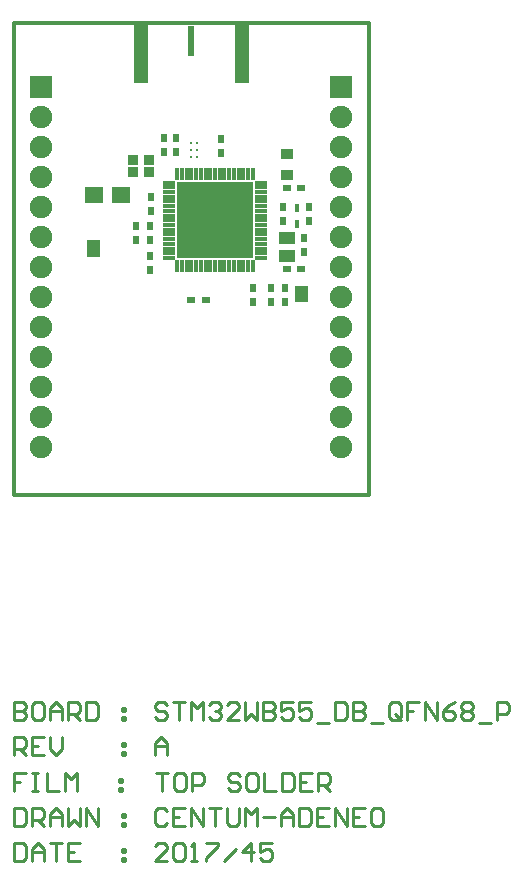
<source format=gts>
G04 Layer_Color=8388736*
%FSLAX44Y44*%
%MOMM*%
G71*
G01*
G75*
%ADD31C,0.3000*%
%ADD32C,0.2540*%
%ADD46R,0.6000X2.6000*%
%ADD47R,1.3000X5.0000*%
%ADD48R,0.4000X0.7500*%
%ADD49R,6.4800X6.4800*%
G04:AMPARAMS|DCode=50|XSize=0.33mm|YSize=1.08mm|CornerRadius=0mm|HoleSize=0mm|Usage=FLASHONLY|Rotation=270.000|XOffset=0mm|YOffset=0mm|HoleType=Round|Shape=Octagon|*
%AMOCTAGOND50*
4,1,8,0.5400,0.0825,0.5400,-0.0825,0.4575,-0.1650,-0.4575,-0.1650,-0.5400,-0.0825,-0.5400,0.0825,-0.4575,0.1650,0.4575,0.1650,0.5400,0.0825,0.0*
%
%ADD50OCTAGOND50*%

G04:AMPARAMS|DCode=51|XSize=0.33mm|YSize=1.08mm|CornerRadius=0mm|HoleSize=0mm|Usage=FLASHONLY|Rotation=180.000|XOffset=0mm|YOffset=0mm|HoleType=Round|Shape=Octagon|*
%AMOCTAGOND51*
4,1,8,0.0825,-0.5400,-0.0825,-0.5400,-0.1650,-0.4575,-0.1650,0.4575,-0.0825,0.5400,0.0825,0.5400,0.1650,0.4575,0.1650,-0.4575,0.0825,-0.5400,0.0*
%
%ADD51OCTAGOND51*%

%ADD52C,0.2560*%
%ADD53R,0.6080X0.7350*%
%ADD54R,0.7350X0.6080*%
%ADD55R,1.3500X1.1000*%
%ADD56R,1.1000X0.9000*%
%ADD57R,0.9500X0.8500*%
%ADD58R,1.6240X1.3700*%
%ADD59R,0.2000X0.2000*%
%ADD60C,1.9000*%
%ADD61R,1.9000X1.9000*%
G36*
X248500Y163250D02*
X237500D01*
Y177220D01*
X248500D01*
Y163250D01*
D02*
G37*
G36*
X72788Y201850D02*
X61788D01*
Y215820D01*
X72788D01*
Y201850D01*
D02*
G37*
D31*
X300000Y-0D02*
Y400000D01*
X0Y-0D02*
X300000D01*
X0Y400000D02*
X300000D01*
X0Y-0D02*
Y400000D01*
D32*
X120000Y-234765D02*
X130157D01*
X125078D01*
Y-250000D01*
X142853Y-234765D02*
X137774D01*
X135235Y-237304D01*
Y-247461D01*
X137774Y-250000D01*
X142853D01*
X145392Y-247461D01*
Y-237304D01*
X142853Y-234765D01*
X150470Y-250000D02*
Y-234765D01*
X158088D01*
X160627Y-237304D01*
Y-242383D01*
X158088Y-244922D01*
X150470D01*
X191097Y-237304D02*
X188558Y-234765D01*
X183479D01*
X180940Y-237304D01*
Y-239843D01*
X183479Y-242383D01*
X188558D01*
X191097Y-244922D01*
Y-247461D01*
X188558Y-250000D01*
X183479D01*
X180940Y-247461D01*
X203793Y-234765D02*
X198715D01*
X196175Y-237304D01*
Y-247461D01*
X198715Y-250000D01*
X203793D01*
X206332Y-247461D01*
Y-237304D01*
X203793Y-234765D01*
X211410D02*
Y-250000D01*
X221567D01*
X226646Y-234765D02*
Y-250000D01*
X234263D01*
X236802Y-247461D01*
Y-237304D01*
X234263Y-234765D01*
X226646D01*
X252037D02*
X241881D01*
Y-250000D01*
X252037D01*
X241881Y-242383D02*
X246959D01*
X257116Y-250000D02*
Y-234765D01*
X264733D01*
X267272Y-237304D01*
Y-242383D01*
X264733Y-244922D01*
X257116D01*
X262194D02*
X267272Y-250000D01*
X0Y-174765D02*
Y-190000D01*
X7617D01*
X10157Y-187461D01*
Y-184922D01*
X7617Y-182383D01*
X0D01*
X7617D01*
X10157Y-179843D01*
Y-177304D01*
X7617Y-174765D01*
X0D01*
X22853D02*
X17774D01*
X15235Y-177304D01*
Y-187461D01*
X17774Y-190000D01*
X22853D01*
X25392Y-187461D01*
Y-177304D01*
X22853Y-174765D01*
X30470Y-190000D02*
Y-179843D01*
X35549Y-174765D01*
X40627Y-179843D01*
Y-190000D01*
Y-182383D01*
X30470D01*
X45705Y-190000D02*
Y-174765D01*
X53323D01*
X55862Y-177304D01*
Y-182383D01*
X53323Y-184922D01*
X45705D01*
X50784D02*
X55862Y-190000D01*
X60940Y-174765D02*
Y-190000D01*
X68558D01*
X71097Y-187461D01*
Y-177304D01*
X68558Y-174765D01*
X60940D01*
X91410Y-179843D02*
X93950D01*
Y-182383D01*
X91410D01*
Y-179843D01*
Y-187461D02*
X93950D01*
Y-190000D01*
X91410D01*
Y-187461D01*
X129498Y-177304D02*
X126959Y-174765D01*
X121881D01*
X119341Y-177304D01*
Y-179843D01*
X121881Y-182383D01*
X126959D01*
X129498Y-184922D01*
Y-187461D01*
X126959Y-190000D01*
X121881D01*
X119341Y-187461D01*
X134577Y-174765D02*
X144733D01*
X139655D01*
Y-190000D01*
X149811D02*
Y-174765D01*
X154890Y-179843D01*
X159968Y-174765D01*
Y-190000D01*
X165047Y-177304D02*
X167586Y-174765D01*
X172664D01*
X175203Y-177304D01*
Y-179843D01*
X172664Y-182383D01*
X170125D01*
X172664D01*
X175203Y-184922D01*
Y-187461D01*
X172664Y-190000D01*
X167586D01*
X165047Y-187461D01*
X190438Y-190000D02*
X180282D01*
X190438Y-179843D01*
Y-177304D01*
X187899Y-174765D01*
X182821D01*
X180282Y-177304D01*
X195517Y-174765D02*
Y-190000D01*
X200595Y-184922D01*
X205674Y-190000D01*
Y-174765D01*
X210752D02*
Y-190000D01*
X218369D01*
X220909Y-187461D01*
Y-184922D01*
X218369Y-182383D01*
X210752D01*
X218369D01*
X220909Y-179843D01*
Y-177304D01*
X218369Y-174765D01*
X210752D01*
X236144D02*
X225987D01*
Y-182383D01*
X231065Y-179843D01*
X233604D01*
X236144Y-182383D01*
Y-187461D01*
X233604Y-190000D01*
X228526D01*
X225987Y-187461D01*
X251379Y-174765D02*
X241222D01*
Y-182383D01*
X246300Y-179843D01*
X248839D01*
X251379Y-182383D01*
Y-187461D01*
X248839Y-190000D01*
X243761D01*
X241222Y-187461D01*
X256457Y-192539D02*
X266614D01*
X271692Y-174765D02*
Y-190000D01*
X279310D01*
X281849Y-187461D01*
Y-177304D01*
X279310Y-174765D01*
X271692D01*
X286927D02*
Y-190000D01*
X294545D01*
X297084Y-187461D01*
Y-184922D01*
X294545Y-182383D01*
X286927D01*
X294545D01*
X297084Y-179843D01*
Y-177304D01*
X294545Y-174765D01*
X286927D01*
X302162Y-192539D02*
X312319D01*
X327554Y-187461D02*
Y-177304D01*
X325015Y-174765D01*
X319937D01*
X317397Y-177304D01*
Y-187461D01*
X319937Y-190000D01*
X325015D01*
X322476Y-184922D02*
X327554Y-190000D01*
X325015D02*
X327554Y-187461D01*
X342789Y-174765D02*
X332632D01*
Y-182383D01*
X337711D01*
X332632D01*
Y-190000D01*
X347868D02*
Y-174765D01*
X358024Y-190000D01*
Y-174765D01*
X373259D02*
X368181Y-177304D01*
X363103Y-182383D01*
Y-187461D01*
X365642Y-190000D01*
X370720D01*
X373259Y-187461D01*
Y-184922D01*
X370720Y-182383D01*
X363103D01*
X378338Y-177304D02*
X380877Y-174765D01*
X385955D01*
X388494Y-177304D01*
Y-179843D01*
X385955Y-182383D01*
X388494Y-184922D01*
Y-187461D01*
X385955Y-190000D01*
X380877D01*
X378338Y-187461D01*
Y-184922D01*
X380877Y-182383D01*
X378338Y-179843D01*
Y-177304D01*
X380877Y-182383D02*
X385955D01*
X393573Y-192539D02*
X403729D01*
X408808Y-190000D02*
Y-174765D01*
X416425D01*
X418965Y-177304D01*
Y-182383D01*
X416425Y-184922D01*
X408808D01*
X0Y-220000D02*
Y-204765D01*
X7617D01*
X10157Y-207304D01*
Y-212383D01*
X7617Y-214922D01*
X0D01*
X5078D02*
X10157Y-220000D01*
X25392Y-204765D02*
X15235D01*
Y-220000D01*
X25392D01*
X15235Y-212383D02*
X20313D01*
X30470Y-204765D02*
Y-214922D01*
X35549Y-220000D01*
X40627Y-214922D01*
Y-204765D01*
X91410Y-209843D02*
X93950D01*
Y-212383D01*
X91410D01*
Y-209843D01*
Y-217461D02*
X93950D01*
Y-220000D01*
X91410D01*
Y-217461D01*
X119341Y-220000D02*
Y-209843D01*
X124420Y-204765D01*
X129498Y-209843D01*
Y-220000D01*
Y-212383D01*
X119341D01*
X10157Y-234765D02*
X0D01*
Y-242383D01*
X5078D01*
X0D01*
Y-250000D01*
X15235Y-234765D02*
X20313D01*
X17774D01*
Y-250000D01*
X15235D01*
X20313D01*
X27931Y-234765D02*
Y-250000D01*
X38088D01*
X43166D02*
Y-234765D01*
X48244Y-239843D01*
X53323Y-234765D01*
Y-250000D01*
X88871Y-239843D02*
X91410D01*
Y-242383D01*
X88871D01*
Y-239843D01*
Y-247461D02*
X91410D01*
Y-250000D01*
X88871D01*
Y-247461D01*
X0Y-264765D02*
Y-280000D01*
X7617D01*
X10157Y-277461D01*
Y-267304D01*
X7617Y-264765D01*
X0D01*
X15235Y-280000D02*
Y-264765D01*
X22853D01*
X25392Y-267304D01*
Y-272383D01*
X22853Y-274922D01*
X15235D01*
X20313D02*
X25392Y-280000D01*
X30470D02*
Y-269843D01*
X35549Y-264765D01*
X40627Y-269843D01*
Y-280000D01*
Y-272383D01*
X30470D01*
X45705Y-264765D02*
Y-280000D01*
X50784Y-274922D01*
X55862Y-280000D01*
Y-264765D01*
X60940Y-280000D02*
Y-264765D01*
X71097Y-280000D01*
Y-264765D01*
X91410Y-269843D02*
X93950D01*
Y-272383D01*
X91410D01*
Y-269843D01*
Y-277461D02*
X93950D01*
Y-280000D01*
X91410D01*
Y-277461D01*
X129498Y-267304D02*
X126959Y-264765D01*
X121881D01*
X119341Y-267304D01*
Y-277461D01*
X121881Y-280000D01*
X126959D01*
X129498Y-277461D01*
X144733Y-264765D02*
X134577D01*
Y-280000D01*
X144733D01*
X134577Y-272383D02*
X139655D01*
X149811Y-280000D02*
Y-264765D01*
X159968Y-280000D01*
Y-264765D01*
X165047D02*
X175203D01*
X170125D01*
Y-280000D01*
X180282Y-264765D02*
Y-277461D01*
X182821Y-280000D01*
X187899D01*
X190438Y-277461D01*
Y-264765D01*
X195517Y-280000D02*
Y-264765D01*
X200595Y-269843D01*
X205674Y-264765D01*
Y-280000D01*
X210752Y-272383D02*
X220909D01*
X225987Y-280000D02*
Y-269843D01*
X231065Y-264765D01*
X236144Y-269843D01*
Y-280000D01*
Y-272383D01*
X225987D01*
X241222Y-264765D02*
Y-280000D01*
X248839D01*
X251379Y-277461D01*
Y-267304D01*
X248839Y-264765D01*
X241222D01*
X266614D02*
X256457D01*
Y-280000D01*
X266614D01*
X256457Y-272383D02*
X261535D01*
X271692Y-280000D02*
Y-264765D01*
X281849Y-280000D01*
Y-264765D01*
X297084D02*
X286927D01*
Y-280000D01*
X297084D01*
X286927Y-272383D02*
X292006D01*
X309780Y-264765D02*
X304701D01*
X302162Y-267304D01*
Y-277461D01*
X304701Y-280000D01*
X309780D01*
X312319Y-277461D01*
Y-267304D01*
X309780Y-264765D01*
X0Y-294765D02*
Y-310000D01*
X7617D01*
X10157Y-307461D01*
Y-297304D01*
X7617Y-294765D01*
X0D01*
X15235Y-310000D02*
Y-299843D01*
X20313Y-294765D01*
X25392Y-299843D01*
Y-310000D01*
Y-302383D01*
X15235D01*
X30470Y-294765D02*
X40627D01*
X35549D01*
Y-310000D01*
X55862Y-294765D02*
X45705D01*
Y-310000D01*
X55862D01*
X45705Y-302383D02*
X50784D01*
X91410Y-299843D02*
X93950D01*
Y-302383D01*
X91410D01*
Y-299843D01*
Y-307461D02*
X93950D01*
Y-310000D01*
X91410D01*
Y-307461D01*
X129498Y-310000D02*
X119341D01*
X129498Y-299843D01*
Y-297304D01*
X126959Y-294765D01*
X121881D01*
X119341Y-297304D01*
X134577D02*
X137116Y-294765D01*
X142194D01*
X144733Y-297304D01*
Y-307461D01*
X142194Y-310000D01*
X137116D01*
X134577Y-307461D01*
Y-297304D01*
X149811Y-310000D02*
X154890D01*
X152351D01*
Y-294765D01*
X149811Y-297304D01*
X162507Y-294765D02*
X172664D01*
Y-297304D01*
X162507Y-307461D01*
Y-310000D01*
X177743D02*
X187899Y-299843D01*
X200595Y-310000D02*
Y-294765D01*
X192978Y-302383D01*
X203134D01*
X218369Y-294765D02*
X208213D01*
Y-302383D01*
X213291Y-299843D01*
X215830D01*
X218369Y-302383D01*
Y-307461D01*
X215830Y-310000D01*
X210752D01*
X208213Y-307461D01*
D46*
X150000Y384810D02*
D03*
D47*
X107500Y373380D02*
D03*
X192500D02*
D03*
D48*
X239014Y243224D02*
D03*
Y229724D02*
D03*
D49*
X170010Y232828D02*
D03*
D50*
X208788Y200828D02*
D03*
Y204828D02*
D03*
Y208828D02*
D03*
Y212828D02*
D03*
Y216828D02*
D03*
Y220828D02*
D03*
Y224828D02*
D03*
Y228828D02*
D03*
Y232828D02*
D03*
Y236828D02*
D03*
Y240828D02*
D03*
Y244828D02*
D03*
Y248828D02*
D03*
Y252828D02*
D03*
Y256828D02*
D03*
Y260828D02*
D03*
Y264828D02*
D03*
X130978D02*
D03*
Y260828D02*
D03*
Y256828D02*
D03*
Y252828D02*
D03*
Y248828D02*
D03*
Y244828D02*
D03*
Y240828D02*
D03*
Y236828D02*
D03*
Y232828D02*
D03*
Y228828D02*
D03*
Y224828D02*
D03*
Y220828D02*
D03*
Y216828D02*
D03*
Y212828D02*
D03*
Y208828D02*
D03*
Y204828D02*
D03*
Y200828D02*
D03*
D51*
X202010Y271860D02*
D03*
X198010D02*
D03*
X194010D02*
D03*
X190010D02*
D03*
X186010D02*
D03*
X182010D02*
D03*
X178010D02*
D03*
X174010D02*
D03*
X170010D02*
D03*
X166010D02*
D03*
X162010D02*
D03*
X158010D02*
D03*
X154010D02*
D03*
X150010D02*
D03*
X146010D02*
D03*
X142010D02*
D03*
X138010D02*
D03*
Y193796D02*
D03*
X142010D02*
D03*
X146010D02*
D03*
X150010D02*
D03*
X154010D02*
D03*
X158010D02*
D03*
X162010D02*
D03*
X166010D02*
D03*
X170010D02*
D03*
X174010D02*
D03*
X178010D02*
D03*
X182010D02*
D03*
X186010D02*
D03*
X190010D02*
D03*
X194010D02*
D03*
X198010D02*
D03*
X202010D02*
D03*
D52*
X67288Y203120D02*
D03*
Y213200D02*
D03*
X243000Y175950D02*
D03*
Y165870D02*
D03*
D53*
X127000Y290710D02*
D03*
Y302690D02*
D03*
X137000Y290610D02*
D03*
Y302590D02*
D03*
X227838Y243988D02*
D03*
Y232008D02*
D03*
X174700Y301990D02*
D03*
Y290010D02*
D03*
X245000Y205880D02*
D03*
Y217860D02*
D03*
X115000Y190880D02*
D03*
Y202860D02*
D03*
X115593Y252807D02*
D03*
Y240828D02*
D03*
X217010Y175839D02*
D03*
Y163860D02*
D03*
X229000Y175860D02*
D03*
Y163880D02*
D03*
X249500Y243890D02*
D03*
Y231910D02*
D03*
X202010Y163870D02*
D03*
Y175849D02*
D03*
X115000Y227860D02*
D03*
Y215880D02*
D03*
X103500Y215910D02*
D03*
Y227890D02*
D03*
D54*
X242990Y191870D02*
D03*
X231010D02*
D03*
X150010Y165600D02*
D03*
X161990D02*
D03*
X243000Y259860D02*
D03*
X231021D02*
D03*
D55*
X231000Y202870D02*
D03*
Y217870D02*
D03*
D56*
X231010Y288877D02*
D03*
Y270843D02*
D03*
D57*
X100550Y284150D02*
D03*
X114050D02*
D03*
Y273650D02*
D03*
X100550D02*
D03*
D58*
X90200Y253959D02*
D03*
X67340D02*
D03*
D59*
X150080Y298570D02*
D03*
Y286830D02*
D03*
Y292700D02*
D03*
X155080Y298570D02*
D03*
Y286830D02*
D03*
Y292700D02*
D03*
D60*
X23000Y41200D02*
D03*
Y66600D02*
D03*
Y92000D02*
D03*
Y117400D02*
D03*
Y142800D02*
D03*
Y168200D02*
D03*
Y193600D02*
D03*
Y219000D02*
D03*
Y269800D02*
D03*
Y295200D02*
D03*
Y320600D02*
D03*
Y244400D02*
D03*
X277000Y41200D02*
D03*
Y66600D02*
D03*
Y92000D02*
D03*
Y117400D02*
D03*
Y142800D02*
D03*
Y168200D02*
D03*
Y193600D02*
D03*
Y219000D02*
D03*
Y269800D02*
D03*
Y295200D02*
D03*
Y320600D02*
D03*
Y244400D02*
D03*
D61*
X23000Y346000D02*
D03*
X277000D02*
D03*
M02*

</source>
